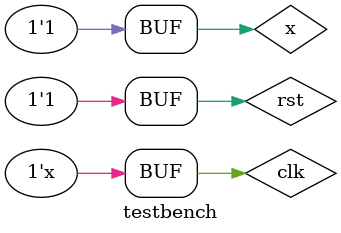
<source format=v>
`timescale 10ns / 100ps

module testbench();

reg clk, rst, x;
wire [1:0] state;

upcount uc (clk, rst, x, state);

initial  begin
    clk = 0;
    rst = 0;
    x = 0;
    #5 x = 1;
    #5 rst = 1;
    

end

always begin
    #1 clk <= ~clk;
end
endmodule


</source>
